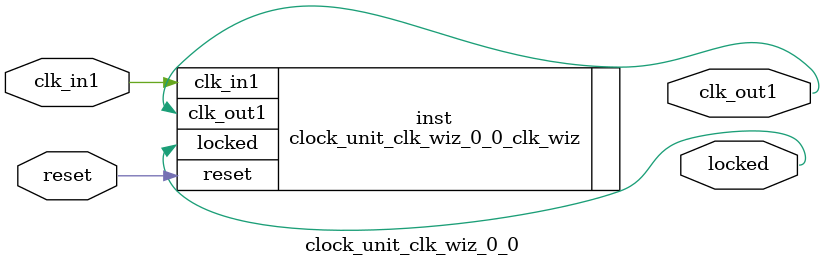
<source format=v>


`timescale 1ps/1ps

(* CORE_GENERATION_INFO = "clock_unit_clk_wiz_0_0,clk_wiz_v6_0_2_0_0,{component_name=clock_unit_clk_wiz_0_0,use_phase_alignment=true,use_min_o_jitter=false,use_max_i_jitter=false,use_dyn_phase_shift=false,use_inclk_switchover=false,use_dyn_reconfig=false,enable_axi=0,feedback_source=FDBK_AUTO,PRIMITIVE=MMCM,num_out_clk=1,clkin1_period=8.000,clkin2_period=10.000,use_power_down=false,use_reset=true,use_locked=true,use_inclk_stopped=false,feedback_type=SINGLE,CLOCK_MGR_TYPE=NA,manual_override=false}" *)

module clock_unit_clk_wiz_0_0 
 (
  // Clock out ports
  output        clk_out1,
  // Status and control signals
  input         reset,
  output        locked,
 // Clock in ports
  input         clk_in1
 );

  clock_unit_clk_wiz_0_0_clk_wiz inst
  (
  // Clock out ports  
  .clk_out1(clk_out1),
  // Status and control signals               
  .reset(reset), 
  .locked(locked),
 // Clock in ports
  .clk_in1(clk_in1)
  );

endmodule

</source>
